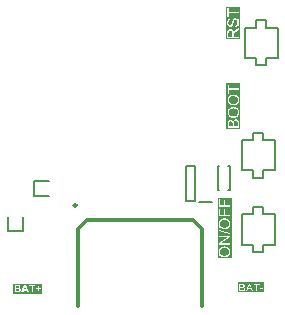
<source format=gto>
G04*
G04 #@! TF.GenerationSoftware,Altium Limited,Altium Designer,24.4.1 (13)*
G04*
G04 Layer_Color=65535*
%FSLAX44Y44*%
%MOMM*%
G71*
G04*
G04 #@! TF.SameCoordinates,CC372D61-D2D5-4D84-A055-2445D59649BF*
G04*
G04*
G04 #@! TF.FilePolarity,Positive*
G04*
G01*
G75*
%ADD10C,0.2500*%
%ADD11C,0.2000*%
%ADD12C,0.1500*%
%ADD13C,0.3000*%
%ADD14C,0.1750*%
G36*
X934536Y802967D02*
X922606D01*
Y830457D01*
X934536D01*
Y802967D01*
D02*
G37*
G36*
X927500Y617500D02*
X915570D01*
Y668899D01*
X927500D01*
Y617500D01*
D02*
G37*
G36*
X935000Y727000D02*
X923070D01*
Y765737D01*
X935000D01*
Y727000D01*
D02*
G37*
G36*
X955313Y588801D02*
X932686D01*
Y597199D01*
X955313D01*
Y588801D01*
D02*
G37*
G36*
X767280Y587801D02*
X742720D01*
Y596199D01*
X767280D01*
Y587801D01*
D02*
G37*
%LPC*%
G36*
X933370Y829457D02*
Y826295D01*
X924910D01*
Y829457D01*
X933370D01*
X923773D01*
Y821857D01*
X924910D01*
Y825019D01*
X933370D01*
Y821857D01*
D01*
D01*
Y829457D01*
D02*
G37*
G36*
X933536Y820831D02*
D01*
Y817281D01*
X933522Y817655D01*
X933481Y818002D01*
X933411Y818321D01*
X933342Y818584D01*
X933287Y818806D01*
X933245Y818903D01*
X933217Y818987D01*
X933189Y819042D01*
X933176Y819084D01*
X933162Y819111D01*
Y819125D01*
X933009Y819417D01*
X932843Y819666D01*
X932663Y819888D01*
X932496Y820068D01*
X932357Y820207D01*
X932233Y820304D01*
X932149Y820374D01*
X932135Y820387D01*
X932122D01*
X931858Y820540D01*
X931609Y820651D01*
X931373Y820720D01*
X931151Y820776D01*
X930957Y820803D01*
X930804Y820831D01*
X933536D01*
X923606D01*
X930679D01*
X930402Y820817D01*
X930138Y820776D01*
X929903Y820706D01*
X929708Y820637D01*
X929542Y820554D01*
X929417Y820498D01*
X929348Y820443D01*
X929320Y820429D01*
X929112Y820263D01*
X928918Y820068D01*
X928752Y819860D01*
X928599Y819652D01*
X928488Y819472D01*
X928405Y819320D01*
X928377Y819264D01*
X928349Y819222D01*
X928336Y819195D01*
Y819181D01*
X928280Y819070D01*
X928239Y818931D01*
X928183Y818779D01*
X928128Y818612D01*
X928030Y818266D01*
X927933Y817905D01*
X927892Y817738D01*
X927850Y817586D01*
X927809Y817433D01*
X927781Y817309D01*
X927753Y817212D01*
X927739Y817128D01*
X927725Y817073D01*
Y817059D01*
X927656Y816782D01*
X927600Y816532D01*
X927531Y816310D01*
X927476Y816116D01*
X927406Y815936D01*
X927351Y815783D01*
X927295Y815644D01*
X927254Y815519D01*
X927198Y815422D01*
X927157Y815339D01*
X927129Y815284D01*
X927087Y815228D01*
X927046Y815159D01*
X927032Y815145D01*
X926893Y815020D01*
X926755Y814937D01*
X926616Y814868D01*
X926477Y814826D01*
X926366Y814798D01*
X926269Y814784D01*
X926214D01*
X926186D01*
X925964Y814812D01*
X925770Y814868D01*
X925603Y814951D01*
X925451Y815048D01*
X925340Y815131D01*
X925243Y815214D01*
X925187Y815270D01*
X925174Y815298D01*
X925104Y815409D01*
X925035Y815519D01*
X924924Y815783D01*
X924855Y816060D01*
X924799Y816338D01*
X924771Y816587D01*
X924758Y816698D01*
X924744Y816782D01*
Y816976D01*
X924758Y817364D01*
X924813Y817711D01*
X924896Y817988D01*
X924979Y818224D01*
X925063Y818404D01*
X925146Y818543D01*
X925201Y818612D01*
X925215Y818640D01*
X925409Y818834D01*
X925617Y818987D01*
X925839Y819111D01*
X926061Y819195D01*
X926269Y819250D01*
X926422Y819292D01*
X926491Y819306D01*
X926533Y819320D01*
X926560D01*
X926574D01*
X926477Y820540D01*
X926172Y820512D01*
X925895Y820443D01*
X925631Y820374D01*
X925409Y820276D01*
X925229Y820193D01*
X925090Y820124D01*
X925049Y820096D01*
X925007Y820068D01*
X924993Y820054D01*
X924979D01*
X924744Y819874D01*
X924536Y819680D01*
X924355Y819472D01*
X924217Y819264D01*
X924092Y819084D01*
X924023Y818945D01*
X923995Y818889D01*
X923967Y818848D01*
X923953Y818820D01*
Y818806D01*
X923842Y818501D01*
X923759Y818168D01*
X923690Y817863D01*
X923648Y817572D01*
X923620Y817309D01*
Y817212D01*
X923606Y817114D01*
Y816934D01*
X923620Y816573D01*
X923662Y816255D01*
X923717Y815949D01*
X923773Y815686D01*
X923828Y815478D01*
X923856Y815381D01*
X923884Y815312D01*
X923912Y815256D01*
X923925Y815214D01*
X923939Y815187D01*
Y815173D01*
X924078Y814895D01*
X924230Y814646D01*
X924397Y814438D01*
X924549Y814271D01*
X924688Y814147D01*
X924799Y814050D01*
X924882Y813980D01*
X924896Y813966D01*
X924910D01*
X925146Y813828D01*
X925382Y813730D01*
X925617Y813661D01*
X925825Y813620D01*
X926006Y813592D01*
X926144Y813564D01*
X926200D01*
X926241D01*
X926255D01*
X926269D01*
X926505Y813578D01*
X926727Y813620D01*
X926935Y813675D01*
X927115Y813730D01*
X927254Y813786D01*
X927365Y813841D01*
X927434Y813883D01*
X927462Y813897D01*
X927656Y814036D01*
X927836Y814202D01*
X927989Y814368D01*
X928114Y814535D01*
X928225Y814674D01*
X928294Y814798D01*
X928349Y814882D01*
X928363Y814895D01*
Y814909D01*
X928419Y815020D01*
X928474Y815145D01*
X928571Y815422D01*
X928668Y815741D01*
X928765Y816047D01*
X928849Y816324D01*
X928876Y816449D01*
X928904Y816560D01*
X928932Y816643D01*
X928946Y816712D01*
X928960Y816754D01*
Y816768D01*
X929015Y817003D01*
X929071Y817225D01*
X929126Y817420D01*
X929168Y817586D01*
X929209Y817752D01*
X929251Y817891D01*
X929279Y818016D01*
X929320Y818113D01*
X929348Y818210D01*
X929362Y818279D01*
X929403Y818390D01*
X929417Y818460D01*
X929431Y818474D01*
X929514Y818681D01*
X929612Y818862D01*
X929708Y819014D01*
X929792Y819125D01*
X929875Y819222D01*
X929930Y819278D01*
X929972Y819320D01*
X929986Y819333D01*
X930111Y819430D01*
X930249Y819500D01*
X930388Y819541D01*
X930499Y819583D01*
X930610Y819597D01*
X930693Y819611D01*
X930762D01*
X930776D01*
X930943Y819597D01*
X931095Y819569D01*
X931234Y819528D01*
X931345Y819472D01*
X931456Y819417D01*
X931525Y819375D01*
X931581Y819347D01*
X931595Y819333D01*
X931733Y819222D01*
X931844Y819084D01*
X931941Y818945D01*
X932038Y818820D01*
X932094Y818695D01*
X932149Y818598D01*
X932177Y818529D01*
X932191Y818501D01*
X932260Y818293D01*
X932316Y818071D01*
X932344Y817849D01*
X932371Y817655D01*
X932385Y817489D01*
X932399Y817350D01*
Y817225D01*
X932385Y816920D01*
X932357Y816643D01*
X932316Y816393D01*
X932260Y816171D01*
X932205Y815991D01*
X932163Y815852D01*
X932149Y815811D01*
X932135Y815769D01*
X932122Y815755D01*
Y815741D01*
X932011Y815519D01*
X931886Y815312D01*
X931761Y815159D01*
X931636Y815020D01*
X931539Y814909D01*
X931442Y814840D01*
X931387Y814798D01*
X931373Y814784D01*
X931192Y814687D01*
X930998Y814590D01*
X930790Y814535D01*
X930610Y814479D01*
X930430Y814438D01*
X930305Y814410D01*
X930249D01*
X930208Y814396D01*
X930194D01*
X930180D01*
X930291Y813204D01*
D01*
X930638Y813231D01*
X930971Y813287D01*
X931262Y813370D01*
X931525Y813467D01*
X931733Y813564D01*
X931816Y813606D01*
X931886Y813633D01*
X931941Y813675D01*
X931983Y813689D01*
X932011Y813717D01*
X932025D01*
X932288Y813925D01*
X932524Y814147D01*
X932718Y814382D01*
X932884Y814604D01*
X933009Y814798D01*
X933092Y814965D01*
X933120Y815020D01*
X933148Y815062D01*
X933162Y815090D01*
Y815104D01*
X933287Y815450D01*
X933384Y815811D01*
X933439Y816171D01*
X933495Y816518D01*
X933509Y816684D01*
X933522Y816823D01*
Y816948D01*
X933536Y817059D01*
Y813204D01*
X930291D01*
X933536D01*
Y820831D01*
D02*
G37*
G36*
X933370Y812399D02*
X930762Y810749D01*
X930485Y810555D01*
X930236Y810374D01*
X930027Y810194D01*
X929833Y810042D01*
X929695Y809903D01*
X929584Y809792D01*
X929514Y809723D01*
X929487Y809695D01*
X929403Y809584D01*
X929306Y809459D01*
X929154Y809209D01*
X929098Y809099D01*
X929043Y809015D01*
X929015Y808960D01*
X929001Y808932D01*
X928960Y809182D01*
X928918Y809417D01*
X928849Y809625D01*
X928793Y809834D01*
X928724Y810014D01*
X928641Y810180D01*
X928571Y810333D01*
X928502Y810471D01*
X928419Y810582D01*
X928349Y810693D01*
X928294Y810777D01*
X928239Y810846D01*
X928197Y810901D01*
X928155Y810943D01*
X928141Y810957D01*
X928128Y810971D01*
X927989Y811082D01*
X927850Y811193D01*
X927559Y811359D01*
X927268Y811470D01*
X926990Y811553D01*
X926755Y811609D01*
X926657Y811622D01*
X926560D01*
X926491Y811636D01*
X926436D01*
X926408D01*
X926394D01*
X926103Y811622D01*
X925839Y811581D01*
X925590Y811512D01*
X925382Y811442D01*
X925201Y811359D01*
X925063Y811303D01*
X924979Y811248D01*
X924966Y811234D01*
X924952D01*
X924730Y811068D01*
X924536Y810901D01*
X924369Y810721D01*
X924244Y810555D01*
X924147Y810402D01*
X924092Y810277D01*
X924050Y810194D01*
X924036Y810180D01*
Y810166D01*
X923995Y810042D01*
X923953Y809889D01*
X923884Y809584D01*
X923842Y809251D01*
X923801Y808946D01*
X923787Y808655D01*
Y808530D01*
X923773Y808419D01*
Y803967D01*
X933370D01*
Y807309D01*
Y805243D01*
X929112D01*
Y806880D01*
X929126Y807032D01*
Y807143D01*
X929140Y807240D01*
X929154Y807309D01*
Y807365D01*
X929168Y807393D01*
Y807406D01*
X929237Y807628D01*
X929279Y807726D01*
X929320Y807809D01*
X929362Y807892D01*
X929390Y807947D01*
X929403Y807975D01*
X929417Y807989D01*
X929501Y808100D01*
X929598Y808211D01*
X929806Y808419D01*
X929903Y808516D01*
X929986Y808585D01*
X930041Y808627D01*
X930055Y808641D01*
X930249Y808780D01*
X930457Y808932D01*
X930679Y809085D01*
X930887Y809237D01*
X931081Y809362D01*
X931234Y809459D01*
X931290Y809501D01*
X931331Y809528D01*
X931359Y809556D01*
X931373D01*
X933370Y810818D01*
Y812399D01*
D02*
G37*
%LPD*%
G36*
X926574Y810319D02*
X926741Y810291D01*
X926879Y810249D01*
X927004Y810208D01*
X927115Y810153D01*
X927198Y810111D01*
X927254Y810083D01*
X927268Y810069D01*
X927406Y809972D01*
X927531Y809847D01*
X927628Y809723D01*
X927711Y809598D01*
X927767Y809487D01*
X927809Y809404D01*
X927836Y809348D01*
X927850Y809320D01*
X927906Y809126D01*
X927947Y808904D01*
X927975Y808682D01*
X927989Y808460D01*
X928003Y808266D01*
X928017Y808100D01*
Y805243D01*
X924841D01*
Y808266D01*
X924855Y808641D01*
X924910Y808960D01*
X924979Y809237D01*
X925063Y809445D01*
X925146Y809625D01*
X925215Y809736D01*
X925271Y809806D01*
X925285Y809834D01*
X925465Y810000D01*
X925645Y810125D01*
X925839Y810208D01*
X926006Y810277D01*
X926172Y810305D01*
X926297Y810319D01*
X926380Y810333D01*
X926394D01*
X926408D01*
X926574Y810319D01*
D02*
G37*
%LPC*%
G36*
X926334Y667899D02*
X916737D01*
Y661409D01*
X926334D01*
Y662685D01*
X921979D01*
Y667192D01*
X920842D01*
Y662685D01*
X917874D01*
Y667899D01*
X926334D01*
D02*
G37*
G36*
Y659703D02*
X916737D01*
Y653213D01*
X926334D01*
Y654489D01*
X921979D01*
Y658996D01*
X920842D01*
Y654489D01*
X917874D01*
Y659703D01*
X926334D01*
D02*
G37*
G36*
X926500Y651521D02*
X916570D01*
Y642340D01*
D01*
Y646930D01*
X916584Y646556D01*
X916626Y646209D01*
X916695Y645876D01*
X916778Y645557D01*
X916889Y645266D01*
X917000Y644989D01*
X917125Y644739D01*
X917250Y644517D01*
X917375Y644309D01*
X917499Y644129D01*
X917610Y643976D01*
X917721Y643851D01*
X917804Y643754D01*
X917874Y643671D01*
X917915Y643630D01*
X917929Y643616D01*
X918193Y643394D01*
X918470Y643200D01*
X918775Y643019D01*
X919080Y642881D01*
X919399Y642756D01*
X919705Y642645D01*
X920010Y642562D01*
X920301Y642506D01*
X920578Y642451D01*
X920842Y642409D01*
X921077Y642381D01*
X921272Y642354D01*
X921438D01*
X921563Y642340D01*
X926500D01*
X921674D01*
X922145Y642367D01*
X922575Y642423D01*
X922991Y642506D01*
X923172Y642562D01*
X923352Y642617D01*
X923504Y642659D01*
X923643Y642714D01*
X923768Y642756D01*
X923879Y642797D01*
X923962Y642825D01*
X924018Y642853D01*
X924059Y642881D01*
X924073D01*
X924475Y643116D01*
X924822Y643366D01*
X925127Y643643D01*
X925377Y643907D01*
X925585Y644143D01*
X925668Y644240D01*
X925723Y644323D01*
X925779Y644406D01*
X925820Y644462D01*
X925834Y644489D01*
X925848Y644503D01*
X925959Y644711D01*
X926056Y644919D01*
X926223Y645335D01*
X926334Y645738D01*
X926417Y646112D01*
X926444Y646292D01*
X926458Y646445D01*
X926486Y646583D01*
Y646708D01*
X926500Y646792D01*
Y646930D01*
X926472Y647388D01*
X926403Y647818D01*
X926320Y648220D01*
X926264Y648400D01*
X926209Y648567D01*
X926153Y648719D01*
X926098Y648858D01*
X926056Y648969D01*
X926015Y649066D01*
X925973Y649149D01*
X925945Y649219D01*
X925918Y649246D01*
Y649260D01*
X925668Y649648D01*
X925390Y649981D01*
X925099Y650259D01*
X924822Y650494D01*
X924558Y650689D01*
X924461Y650758D01*
X924364Y650813D01*
X924281Y650869D01*
X924226Y650897D01*
X924184Y650924D01*
X924170D01*
X923948Y651035D01*
X923726Y651118D01*
X923282Y651271D01*
X922839Y651382D01*
X922437Y651451D01*
X922256Y651465D01*
X922090Y651493D01*
X921937Y651507D01*
X921813D01*
X921702Y651521D01*
X926500D01*
D02*
G37*
G36*
Y641688D02*
X916570D01*
Y637957D01*
D01*
Y640745D01*
X926500Y637957D01*
Y638900D01*
X916570Y641688D01*
X926500D01*
D02*
G37*
G36*
X926334Y636862D02*
X916737D01*
Y629304D01*
X926334D01*
Y636862D01*
D02*
G37*
G36*
X926500Y627681D02*
X916570D01*
Y618500D01*
D01*
Y623090D01*
X916584Y622716D01*
X916626Y622369D01*
X916695Y622036D01*
X916778Y621717D01*
X916889Y621426D01*
X917000Y621149D01*
X917125Y620899D01*
X917250Y620677D01*
X917375Y620469D01*
X917499Y620289D01*
X917610Y620136D01*
X917721Y620012D01*
X917804Y619915D01*
X917874Y619831D01*
X917915Y619790D01*
X917929Y619776D01*
X918193Y619554D01*
X918470Y619360D01*
X918775Y619180D01*
X919080Y619041D01*
X919399Y618916D01*
X919705Y618805D01*
X920010Y618722D01*
X920301Y618666D01*
X920578Y618611D01*
X920842Y618569D01*
X921077Y618542D01*
X921272Y618514D01*
X921438D01*
X921563Y618500D01*
X926500D01*
X921674D01*
X922145Y618528D01*
X922575Y618583D01*
X922991Y618666D01*
X923172Y618722D01*
X923352Y618777D01*
X923504Y618819D01*
X923643Y618875D01*
X923768Y618916D01*
X923879Y618958D01*
X923962Y618985D01*
X924018Y619013D01*
X924059Y619041D01*
X924073D01*
X924475Y619277D01*
X924822Y619526D01*
X925127Y619804D01*
X925377Y620067D01*
X925585Y620303D01*
X925668Y620400D01*
X925723Y620483D01*
X925779Y620566D01*
X925820Y620622D01*
X925834Y620650D01*
X925848Y620663D01*
X925959Y620872D01*
X926056Y621079D01*
X926223Y621496D01*
X926334Y621898D01*
X926417Y622272D01*
X926444Y622453D01*
X926458Y622605D01*
X926486Y622744D01*
Y622869D01*
X926500Y622952D01*
Y623090D01*
X926472Y623548D01*
X926403Y623978D01*
X926320Y624380D01*
X926264Y624561D01*
X926209Y624727D01*
X926153Y624879D01*
X926098Y625018D01*
X926056Y625129D01*
X926015Y625226D01*
X925973Y625309D01*
X925945Y625379D01*
X925918Y625406D01*
Y625420D01*
X925668Y625809D01*
X925390Y626142D01*
X925099Y626419D01*
X924822Y626655D01*
X924558Y626849D01*
X924461Y626918D01*
X924364Y626974D01*
X924281Y627029D01*
X924226Y627057D01*
X924184Y627085D01*
X924170D01*
X923948Y627196D01*
X923726Y627279D01*
X923282Y627431D01*
X922839Y627542D01*
X922437Y627612D01*
X922256Y627625D01*
X922090Y627653D01*
X921937Y627667D01*
X921813D01*
X921702Y627681D01*
X926500D01*
D02*
G37*
%LPD*%
G36*
X921036Y651493D02*
X920551Y651438D01*
X920329Y651396D01*
X920107Y651340D01*
X919912Y651285D01*
X919732Y651243D01*
X919566Y651188D01*
X919413Y651132D01*
X919288Y651091D01*
X919177Y651035D01*
X919094Y651008D01*
X919039Y650980D01*
X918997Y650952D01*
X918983D01*
X918581Y650730D01*
X918221Y650467D01*
X917915Y650189D01*
X917666Y649940D01*
X917472Y649704D01*
X917389Y649593D01*
X917319Y649510D01*
X917278Y649426D01*
X917236Y649371D01*
X917222Y649343D01*
X917208Y649330D01*
X917097Y649121D01*
X917000Y648913D01*
X916834Y648511D01*
X916723Y648095D01*
X916653Y647735D01*
X916626Y647568D01*
X916598Y647402D01*
X916584Y647277D01*
Y647152D01*
X916570Y647055D01*
Y651521D01*
X921563D01*
X921036Y651493D01*
D02*
G37*
G36*
X921882Y650203D02*
X922201Y650175D01*
X922506Y650134D01*
X922783Y650078D01*
X923033Y649995D01*
X923269Y649926D01*
X923491Y649843D01*
X923685Y649759D01*
X923851Y649662D01*
X924004Y649579D01*
X924128Y649510D01*
X924226Y649440D01*
X924309Y649371D01*
X924378Y649330D01*
X924406Y649302D01*
X924420Y649288D01*
X924600Y649108D01*
X924753Y648913D01*
X924877Y648719D01*
X925002Y648525D01*
X925099Y648331D01*
X925169Y648123D01*
X925238Y647943D01*
X925294Y647748D01*
X925335Y647582D01*
X925363Y647416D01*
X925390Y647277D01*
X925404Y647152D01*
Y647055D01*
X925418Y646986D01*
Y646916D01*
X925404Y646653D01*
X925377Y646403D01*
X925321Y646181D01*
X925266Y645959D01*
X925182Y645751D01*
X925099Y645557D01*
X925016Y645377D01*
X924919Y645210D01*
X924822Y645072D01*
X924739Y644947D01*
X924656Y644836D01*
X924572Y644739D01*
X924517Y644670D01*
X924461Y644614D01*
X924434Y644586D01*
X924420Y644573D01*
X924226Y644406D01*
X924018Y644268D01*
X923796Y644143D01*
X923574Y644032D01*
X923338Y643949D01*
X923116Y643865D01*
X922672Y643754D01*
X922478Y643727D01*
X922284Y643699D01*
X922118Y643671D01*
X921979Y643657D01*
X921854Y643643D01*
X921757D01*
X921702D01*
X921688D01*
X921299Y643657D01*
X920939Y643685D01*
X920592Y643727D01*
X920287Y643796D01*
X920010Y643865D01*
X919760Y643949D01*
X919524Y644046D01*
X919330Y644129D01*
X919150Y644226D01*
X918997Y644309D01*
X918872Y644392D01*
X918775Y644462D01*
X918692Y644531D01*
X918637Y644573D01*
X918609Y644600D01*
X918595Y644614D01*
X918429Y644794D01*
X918290Y644989D01*
X918165Y645183D01*
X918054Y645391D01*
X917971Y645585D01*
X917888Y645779D01*
X917777Y646140D01*
X917749Y646306D01*
X917721Y646459D01*
X917694Y646583D01*
X917680Y646708D01*
X917666Y646805D01*
Y646930D01*
X917680Y647277D01*
X917735Y647610D01*
X917818Y647901D01*
X917902Y648151D01*
X917999Y648359D01*
X918040Y648442D01*
X918068Y648511D01*
X918110Y648581D01*
X918123Y648622D01*
X918151Y648636D01*
Y648650D01*
X918345Y648913D01*
X918567Y649149D01*
X918789Y649357D01*
X919011Y649524D01*
X919205Y649648D01*
X919372Y649745D01*
X919427Y649773D01*
X919469Y649801D01*
X919497Y649815D01*
X919510D01*
X919843Y649954D01*
X920204Y650051D01*
X920537Y650120D01*
X920856Y650162D01*
X921008Y650189D01*
X921133Y650203D01*
X921258D01*
X921355Y650217D01*
X921438D01*
X921494D01*
X921535D01*
X921549D01*
X921882Y650203D01*
D02*
G37*
G36*
X916737Y630607D02*
Y635641D01*
X924281D01*
X916737Y630607D01*
D02*
G37*
G36*
X926334Y630524D02*
X918803D01*
X926334Y635544D01*
Y630524D01*
D02*
G37*
G36*
X921036Y627653D02*
X920551Y627598D01*
X920329Y627556D01*
X920107Y627501D01*
X919912Y627445D01*
X919732Y627403D01*
X919566Y627348D01*
X919413Y627293D01*
X919288Y627251D01*
X919177Y627196D01*
X919094Y627168D01*
X919039Y627140D01*
X918997Y627112D01*
X918983D01*
X918581Y626890D01*
X918221Y626627D01*
X917915Y626349D01*
X917666Y626100D01*
X917472Y625864D01*
X917389Y625753D01*
X917319Y625670D01*
X917278Y625587D01*
X917236Y625531D01*
X917222Y625504D01*
X917208Y625490D01*
X917097Y625282D01*
X917000Y625074D01*
X916834Y624671D01*
X916723Y624255D01*
X916653Y623895D01*
X916626Y623728D01*
X916598Y623562D01*
X916584Y623437D01*
Y623312D01*
X916570Y623215D01*
Y627681D01*
X921563D01*
X921036Y627653D01*
D02*
G37*
G36*
X921882Y626363D02*
X922201Y626336D01*
X922506Y626294D01*
X922783Y626239D01*
X923033Y626155D01*
X923269Y626086D01*
X923491Y626003D01*
X923685Y625920D01*
X923851Y625822D01*
X924004Y625739D01*
X924128Y625670D01*
X924226Y625601D01*
X924309Y625531D01*
X924378Y625490D01*
X924406Y625462D01*
X924420Y625448D01*
X924600Y625268D01*
X924753Y625074D01*
X924877Y624879D01*
X925002Y624685D01*
X925099Y624491D01*
X925169Y624283D01*
X925238Y624103D01*
X925294Y623909D01*
X925335Y623742D01*
X925363Y623576D01*
X925390Y623437D01*
X925404Y623312D01*
Y623215D01*
X925418Y623146D01*
Y623077D01*
X925404Y622813D01*
X925377Y622563D01*
X925321Y622342D01*
X925266Y622120D01*
X925182Y621912D01*
X925099Y621717D01*
X925016Y621537D01*
X924919Y621371D01*
X924822Y621232D01*
X924739Y621107D01*
X924656Y620996D01*
X924572Y620899D01*
X924517Y620830D01*
X924461Y620774D01*
X924434Y620747D01*
X924420Y620733D01*
X924226Y620566D01*
X924018Y620428D01*
X923796Y620303D01*
X923574Y620192D01*
X923338Y620109D01*
X923116Y620025D01*
X922672Y619915D01*
X922478Y619887D01*
X922284Y619859D01*
X922118Y619831D01*
X921979Y619818D01*
X921854Y619804D01*
X921757D01*
X921702D01*
X921688D01*
X921299Y619818D01*
X920939Y619845D01*
X920592Y619887D01*
X920287Y619956D01*
X920010Y620025D01*
X919760Y620109D01*
X919524Y620206D01*
X919330Y620289D01*
X919150Y620386D01*
X918997Y620469D01*
X918872Y620552D01*
X918775Y620622D01*
X918692Y620691D01*
X918637Y620733D01*
X918609Y620761D01*
X918595Y620774D01*
X918429Y620955D01*
X918290Y621149D01*
X918165Y621343D01*
X918054Y621551D01*
X917971Y621745D01*
X917888Y621939D01*
X917777Y622300D01*
X917749Y622466D01*
X917721Y622619D01*
X917694Y622744D01*
X917680Y622869D01*
X917666Y622966D01*
Y623090D01*
X917680Y623437D01*
X917735Y623770D01*
X917818Y624061D01*
X917902Y624311D01*
X917999Y624519D01*
X918040Y624602D01*
X918068Y624671D01*
X918110Y624741D01*
X918123Y624782D01*
X918151Y624796D01*
Y624810D01*
X918345Y625074D01*
X918567Y625309D01*
X918789Y625517D01*
X919011Y625684D01*
X919205Y625809D01*
X919372Y625906D01*
X919427Y625933D01*
X919469Y625961D01*
X919497Y625975D01*
X919510D01*
X919843Y626114D01*
X920204Y626211D01*
X920537Y626280D01*
X920856Y626322D01*
X921008Y626349D01*
X921133Y626363D01*
X921258D01*
X921355Y626377D01*
X921438D01*
X921494D01*
X921535D01*
X921549D01*
X921882Y626363D01*
D02*
G37*
%LPC*%
G36*
X933834Y764737D02*
Y761575D01*
X925374D01*
Y764737D01*
X933834D01*
X924237D01*
Y757138D01*
X925374D01*
Y760300D01*
X933834D01*
Y764737D01*
D02*
G37*
G36*
X934000Y756222D02*
X924070D01*
Y747041D01*
D01*
Y751632D01*
X924084Y751257D01*
X924126Y750911D01*
X924195Y750578D01*
X924278Y750259D01*
X924389Y749968D01*
X924500Y749690D01*
X924625Y749441D01*
X924750Y749219D01*
X924875Y749011D01*
X924999Y748830D01*
X925110Y748678D01*
X925221Y748553D01*
X925304Y748456D01*
X925374Y748373D01*
X925415Y748331D01*
X925429Y748317D01*
X925693Y748095D01*
X925970Y747901D01*
X926275Y747721D01*
X926580Y747582D01*
X926899Y747457D01*
X927205Y747346D01*
X927510Y747263D01*
X927801Y747208D01*
X928078Y747152D01*
X928342Y747111D01*
X928577Y747083D01*
X928772Y747055D01*
X928938D01*
X929063Y747041D01*
X934000D01*
X929174D01*
X929645Y747069D01*
X930075Y747124D01*
X930491Y747208D01*
X930672Y747263D01*
X930852Y747319D01*
X931004Y747360D01*
X931143Y747416D01*
X931268Y747457D01*
X931379Y747499D01*
X931462Y747527D01*
X931517Y747554D01*
X931559Y747582D01*
X931573D01*
X931975Y747818D01*
X932322Y748068D01*
X932627Y748345D01*
X932877Y748608D01*
X933085Y748844D01*
X933168Y748941D01*
X933223Y749025D01*
X933279Y749108D01*
X933320Y749163D01*
X933334Y749191D01*
X933348Y749205D01*
X933459Y749413D01*
X933556Y749621D01*
X933723Y750037D01*
X933834Y750439D01*
X933917Y750814D01*
X933944Y750994D01*
X933958Y751146D01*
X933986Y751285D01*
Y751410D01*
X934000Y751493D01*
Y751632D01*
X933972Y752089D01*
X933903Y752519D01*
X933820Y752922D01*
X933764Y753102D01*
X933709Y753268D01*
X933653Y753421D01*
X933598Y753559D01*
X933556Y753670D01*
X933515Y753767D01*
X933473Y753851D01*
X933445Y753920D01*
X933418Y753948D01*
Y753962D01*
X933168Y754350D01*
X932890Y754683D01*
X932599Y754960D01*
X932322Y755196D01*
X932058Y755390D01*
X931961Y755459D01*
X931864Y755515D01*
X931781Y755570D01*
X931726Y755598D01*
X931684Y755626D01*
X931670D01*
X931448Y755737D01*
X931226Y755820D01*
X930782Y755973D01*
X930339Y756084D01*
X929937Y756153D01*
X929756Y756167D01*
X929590Y756195D01*
X929437Y756208D01*
X929313D01*
X929202Y756222D01*
X934000D01*
D02*
G37*
G36*
Y745793D02*
X924070D01*
X929063D01*
X928536Y745765D01*
X928050Y745710D01*
X927829Y745668D01*
X927607Y745613D01*
X927412Y745557D01*
X927232Y745516D01*
X927066Y745460D01*
X926913Y745405D01*
X926788Y745363D01*
X926677Y745308D01*
X926594Y745280D01*
X926539Y745252D01*
X926497Y745225D01*
X926483D01*
X926081Y745003D01*
X925721Y744739D01*
X925415Y744462D01*
X925166Y744212D01*
X924972Y743976D01*
X924888Y743866D01*
X924819Y743782D01*
X924778Y743699D01*
X924736Y743644D01*
X924722Y743616D01*
X924708Y743602D01*
X924597Y743394D01*
X924500Y743186D01*
X924334Y742784D01*
X924223Y742368D01*
X924153Y742007D01*
X924126Y741841D01*
X924098Y741674D01*
X924084Y741549D01*
Y741425D01*
X924070Y741328D01*
Y741425D01*
Y741203D01*
X924084Y740828D01*
X924126Y740482D01*
X924195Y740149D01*
X924278Y739830D01*
X924389Y739538D01*
X924500Y739261D01*
X924625Y739012D01*
X924750Y738790D01*
X924875Y738582D01*
X924999Y738401D01*
X925110Y738249D01*
X925221Y738124D01*
X925304Y738027D01*
X925374Y737944D01*
X925415Y737902D01*
X925429Y737888D01*
X925693Y737666D01*
X925970Y737472D01*
X926275Y737292D01*
X926580Y737153D01*
X926899Y737028D01*
X927205Y736917D01*
X927510Y736834D01*
X927801Y736779D01*
X928078Y736723D01*
X928342Y736682D01*
X928577Y736654D01*
X928772Y736626D01*
X928938D01*
X929063Y736612D01*
X934000D01*
X929174D01*
X929645Y736640D01*
X930075Y736695D01*
X930491Y736779D01*
X930672Y736834D01*
X930852Y736890D01*
X931004Y736931D01*
X931143Y736987D01*
X931268Y737028D01*
X931379Y737070D01*
X931462Y737098D01*
X931517Y737125D01*
X931559Y737153D01*
X931573D01*
X931975Y737389D01*
X932322Y737639D01*
X932627Y737916D01*
X932877Y738179D01*
X933085Y738415D01*
X933168Y738512D01*
X933223Y738596D01*
X933279Y738679D01*
X933320Y738734D01*
X933334Y738762D01*
X933348Y738776D01*
X933459Y738984D01*
X933556Y739192D01*
X933723Y739608D01*
X933834Y740010D01*
X933917Y740385D01*
X933944Y740565D01*
X933958Y740717D01*
X933986Y740856D01*
Y740981D01*
X934000Y741064D01*
Y741203D01*
X933972Y741660D01*
X933903Y742090D01*
X933820Y742493D01*
X933764Y742673D01*
X933709Y742839D01*
X933653Y742992D01*
X933598Y743130D01*
X933556Y743241D01*
X933515Y743338D01*
X933473Y743422D01*
X933445Y743491D01*
X933418Y743519D01*
Y743533D01*
X933168Y743921D01*
X932890Y744254D01*
X932599Y744531D01*
X932322Y744767D01*
X932058Y744961D01*
X931961Y745030D01*
X931864Y745086D01*
X931781Y745141D01*
X931726Y745169D01*
X931684Y745197D01*
X931670D01*
X931448Y745308D01*
X931226Y745391D01*
X930782Y745544D01*
X930339Y745655D01*
X929937Y745724D01*
X929756Y745738D01*
X929590Y745765D01*
X929437Y745779D01*
X929313D01*
X929202Y745793D01*
X934000D01*
D02*
G37*
G36*
X931157Y735253D02*
X931046D01*
X930741Y735239D01*
X930463Y735184D01*
X930228Y735101D01*
X930006Y735017D01*
X929839Y734934D01*
X929715Y734851D01*
X929631Y734796D01*
X929604Y734782D01*
X929382Y734587D01*
X929202Y734380D01*
X929049Y734144D01*
X928924Y733936D01*
X928827Y733742D01*
X928772Y733575D01*
X928744Y733520D01*
X928730Y733478D01*
X928716Y733450D01*
Y733436D01*
X928577Y733672D01*
X928439Y733880D01*
X928286Y734047D01*
X928148Y734185D01*
X928037Y734296D01*
X927926Y734380D01*
X927870Y734421D01*
X927842Y734435D01*
X927634Y734546D01*
X927440Y734629D01*
X927246Y734698D01*
X927066Y734740D01*
X926913Y734768D01*
X926788Y734782D01*
X926719D01*
X926691D01*
X926456Y734768D01*
X926220Y734726D01*
X926012Y734657D01*
X925818Y734587D01*
X925651Y734518D01*
X925540Y734449D01*
X925457Y734407D01*
X925429Y734393D01*
X925221Y734241D01*
X925027Y734074D01*
X924875Y733894D01*
X924750Y733728D01*
X924653Y733589D01*
X924583Y733464D01*
X924542Y733381D01*
X924528Y733367D01*
Y733353D01*
X924431Y733090D01*
X924361Y732798D01*
X924306Y732507D01*
X924278Y732230D01*
X924250Y731980D01*
Y731869D01*
X924237Y731772D01*
Y728000D01*
X933834D01*
Y731661D01*
X933820Y731994D01*
X933806Y732285D01*
X933778Y732549D01*
X933750Y732771D01*
X933723Y732951D01*
X933709Y733090D01*
X933681Y733173D01*
Y733201D01*
X933612Y733436D01*
X933542Y733631D01*
X933459Y733811D01*
X933376Y733963D01*
X933320Y734088D01*
X933265Y734185D01*
X933223Y734241D01*
X933210Y734255D01*
X933085Y734407D01*
X932932Y734546D01*
X932780Y734657D01*
X932641Y734768D01*
X932502Y734851D01*
X932405Y734906D01*
X932336Y734948D01*
X932308Y734962D01*
X932086Y735059D01*
X931864Y735128D01*
X931656Y735184D01*
X931462Y735212D01*
X931296Y735239D01*
X931157Y735253D01*
D02*
G37*
%LPD*%
G36*
X928536Y756195D02*
X928050Y756139D01*
X927829Y756097D01*
X927607Y756042D01*
X927412Y755986D01*
X927232Y755945D01*
X927066Y755889D01*
X926913Y755834D01*
X926788Y755792D01*
X926677Y755737D01*
X926594Y755709D01*
X926539Y755681D01*
X926497Y755654D01*
X926483D01*
X926081Y755432D01*
X925721Y755168D01*
X925415Y754891D01*
X925166Y754641D01*
X924972Y754406D01*
X924888Y754295D01*
X924819Y754211D01*
X924778Y754128D01*
X924736Y754073D01*
X924722Y754045D01*
X924708Y754031D01*
X924597Y753823D01*
X924500Y753615D01*
X924334Y753213D01*
X924223Y752797D01*
X924153Y752436D01*
X924126Y752270D01*
X924098Y752103D01*
X924084Y751979D01*
Y751854D01*
X924070Y751757D01*
Y756222D01*
X929063D01*
X928536Y756195D01*
D02*
G37*
G36*
X929382Y754905D02*
X929701Y754877D01*
X930006Y754835D01*
X930283Y754780D01*
X930533Y754697D01*
X930769Y754627D01*
X930991Y754544D01*
X931185Y754461D01*
X931351Y754364D01*
X931504Y754281D01*
X931628Y754211D01*
X931726Y754142D01*
X931809Y754073D01*
X931878Y754031D01*
X931906Y754003D01*
X931920Y753989D01*
X932100Y753809D01*
X932253Y753615D01*
X932377Y753421D01*
X932502Y753227D01*
X932599Y753033D01*
X932669Y752824D01*
X932738Y752644D01*
X932793Y752450D01*
X932835Y752284D01*
X932863Y752117D01*
X932890Y751979D01*
X932904Y751854D01*
Y751757D01*
X932918Y751687D01*
Y751618D01*
X932904Y751354D01*
X932877Y751105D01*
X932821Y750883D01*
X932766Y750661D01*
X932682Y750453D01*
X932599Y750259D01*
X932516Y750079D01*
X932419Y749912D01*
X932322Y749773D01*
X932239Y749649D01*
X932156Y749538D01*
X932072Y749441D01*
X932017Y749371D01*
X931961Y749316D01*
X931934Y749288D01*
X931920Y749274D01*
X931726Y749108D01*
X931517Y748969D01*
X931296Y748844D01*
X931074Y748733D01*
X930838Y748650D01*
X930616Y748567D01*
X930172Y748456D01*
X929978Y748428D01*
X929784Y748400D01*
X929618Y748373D01*
X929479Y748359D01*
X929354Y748345D01*
X929257D01*
X929202D01*
X929188D01*
X928799Y748359D01*
X928439Y748387D01*
X928092Y748428D01*
X927787Y748497D01*
X927510Y748567D01*
X927260Y748650D01*
X927024Y748747D01*
X926830Y748830D01*
X926650Y748927D01*
X926497Y749011D01*
X926372Y749094D01*
X926275Y749163D01*
X926192Y749232D01*
X926137Y749274D01*
X926109Y749302D01*
X926095Y749316D01*
X925929Y749496D01*
X925790Y749690D01*
X925665Y749884D01*
X925554Y750092D01*
X925471Y750286D01*
X925388Y750481D01*
X925277Y750841D01*
X925249Y751008D01*
X925221Y751160D01*
X925194Y751285D01*
X925180Y751410D01*
X925166Y751507D01*
Y751632D01*
X925180Y751979D01*
X925235Y752311D01*
X925318Y752603D01*
X925402Y752852D01*
X925499Y753060D01*
X925540Y753143D01*
X925568Y753213D01*
X925610Y753282D01*
X925623Y753324D01*
X925651Y753338D01*
Y753352D01*
X925845Y753615D01*
X926067Y753851D01*
X926289Y754059D01*
X926511Y754225D01*
X926705Y754350D01*
X926872Y754447D01*
X926927Y754475D01*
X926969Y754502D01*
X926996Y754516D01*
X927010D01*
X927343Y754655D01*
X927704Y754752D01*
X928037Y754821D01*
X928355Y754863D01*
X928508Y754891D01*
X928633Y754905D01*
X928758D01*
X928855Y754919D01*
X928938D01*
X928994D01*
X929035D01*
X929049D01*
X929382Y754905D01*
D02*
G37*
G36*
Y744476D02*
X929701Y744448D01*
X930006Y744406D01*
X930283Y744351D01*
X930533Y744268D01*
X930769Y744198D01*
X930991Y744115D01*
X931185Y744032D01*
X931351Y743935D01*
X931504Y743852D01*
X931628Y743782D01*
X931726Y743713D01*
X931809Y743644D01*
X931878Y743602D01*
X931906Y743574D01*
X931920Y743560D01*
X932100Y743380D01*
X932253Y743186D01*
X932377Y742992D01*
X932502Y742798D01*
X932599Y742603D01*
X932669Y742395D01*
X932738Y742215D01*
X932793Y742021D01*
X932835Y741854D01*
X932863Y741688D01*
X932890Y741549D01*
X932904Y741425D01*
Y741328D01*
X932918Y741258D01*
Y741189D01*
X932904Y740925D01*
X932877Y740676D01*
X932821Y740454D01*
X932766Y740232D01*
X932682Y740024D01*
X932599Y739830D01*
X932516Y739650D01*
X932419Y739483D01*
X932322Y739344D01*
X932239Y739220D01*
X932156Y739109D01*
X932072Y739012D01*
X932017Y738942D01*
X931961Y738887D01*
X931934Y738859D01*
X931920Y738845D01*
X931726Y738679D01*
X931517Y738540D01*
X931296Y738415D01*
X931074Y738304D01*
X930838Y738221D01*
X930616Y738138D01*
X930172Y738027D01*
X929978Y737999D01*
X929784Y737971D01*
X929618Y737944D01*
X929479Y737930D01*
X929354Y737916D01*
X929257D01*
X929202D01*
X929188D01*
X928799Y737930D01*
X928439Y737958D01*
X928092Y737999D01*
X927787Y738068D01*
X927510Y738138D01*
X927260Y738221D01*
X927024Y738318D01*
X926830Y738401D01*
X926650Y738498D01*
X926497Y738582D01*
X926372Y738665D01*
X926275Y738734D01*
X926192Y738803D01*
X926137Y738845D01*
X926109Y738873D01*
X926095Y738887D01*
X925929Y739067D01*
X925790Y739261D01*
X925665Y739455D01*
X925554Y739663D01*
X925471Y739857D01*
X925388Y740052D01*
X925277Y740412D01*
X925249Y740579D01*
X925221Y740731D01*
X925194Y740856D01*
X925180Y740981D01*
X925166Y741078D01*
Y741203D01*
X925180Y741549D01*
X925235Y741882D01*
X925318Y742173D01*
X925402Y742423D01*
X925499Y742631D01*
X925540Y742714D01*
X925568Y742784D01*
X925610Y742853D01*
X925623Y742895D01*
X925651Y742908D01*
Y742922D01*
X925845Y743186D01*
X926067Y743422D01*
X926289Y743630D01*
X926511Y743796D01*
X926705Y743921D01*
X926872Y744018D01*
X926927Y744046D01*
X926969Y744073D01*
X926996Y744087D01*
X927010D01*
X927343Y744226D01*
X927704Y744323D01*
X928037Y744392D01*
X928355Y744434D01*
X928508Y744462D01*
X928633Y744476D01*
X928758D01*
X928855Y744490D01*
X928938D01*
X928994D01*
X929035D01*
X929049D01*
X929382Y744476D01*
D02*
G37*
G36*
X931212Y733936D02*
X931379Y733922D01*
X931517Y733894D01*
X931628Y733852D01*
X931726Y733811D01*
X931809Y733783D01*
X931850Y733769D01*
X931864Y733755D01*
X931989Y733672D01*
X932100Y733603D01*
X932183Y733506D01*
X932266Y733436D01*
X932322Y733367D01*
X932364Y733312D01*
X932391Y733270D01*
X932405Y733256D01*
X932516Y733020D01*
X932599Y732785D01*
X932627Y732688D01*
X932641Y732604D01*
X932655Y732549D01*
Y732535D01*
X932669Y732424D01*
X932682Y732299D01*
X932696Y732008D01*
Y729276D01*
X929396D01*
Y731800D01*
X929423Y732091D01*
X929451Y732327D01*
X929479Y732521D01*
X929507Y732674D01*
X929534Y732798D01*
X929548Y732854D01*
X929562Y732882D01*
X929631Y733062D01*
X929715Y733214D01*
X929812Y733353D01*
X929909Y733464D01*
X929992Y733547D01*
X930061Y733603D01*
X930117Y733644D01*
X930131Y733658D01*
X930283Y733755D01*
X930436Y733825D01*
X930588Y733880D01*
X930727Y733908D01*
X930852Y733936D01*
X930963Y733950D01*
X931018D01*
X931046D01*
X931212Y733936D01*
D02*
G37*
G36*
X927024Y733520D02*
X927191Y733492D01*
X927329Y733450D01*
X927440Y733409D01*
X927537Y733367D01*
X927620Y733326D01*
X927662Y733298D01*
X927676Y733284D01*
X927787Y733187D01*
X927898Y733062D01*
X927981Y732937D01*
X928037Y732826D01*
X928092Y732715D01*
X928134Y732632D01*
X928148Y732577D01*
X928161Y732549D01*
X928189Y732396D01*
X928217Y732202D01*
X928231Y732008D01*
X928245Y731814D01*
X928259Y731634D01*
Y729276D01*
X925374D01*
Y731550D01*
X925402Y731855D01*
X925415Y732091D01*
X925443Y732299D01*
X925471Y732452D01*
X925485Y732549D01*
X925512Y732618D01*
Y732632D01*
X925568Y732785D01*
X925651Y732923D01*
X925734Y733034D01*
X925818Y733131D01*
X925887Y733201D01*
X925956Y733256D01*
X925998Y733284D01*
X926012Y733298D01*
X926151Y733381D01*
X926289Y733436D01*
X926428Y733478D01*
X926566Y733506D01*
X926677Y733520D01*
X926761Y733533D01*
X926816D01*
X926844D01*
X927024Y733520D01*
D02*
G37*
%LPC*%
G36*
X954314Y592741D02*
X951900D01*
Y591511D01*
X954314D01*
Y592741D01*
D02*
G37*
G36*
X951216Y596199D02*
X946140D01*
Y595117D01*
X948036D01*
Y589801D01*
X949330D01*
Y595117D01*
X951216D01*
Y596199D01*
D02*
G37*
G36*
X943330D02*
X941961D01*
X939483Y589801D01*
X940852D01*
X941379Y591253D01*
X943949D01*
X944504Y589801D01*
X945900D01*
X943330Y596199D01*
D02*
G37*
G36*
X936497D02*
X933687D01*
Y589801D01*
X936460D01*
X936617Y589810D01*
X936895D01*
X937006Y589819D01*
X937181D01*
X937246Y589829D01*
X937338D01*
X937375Y589838D01*
X937412D01*
X937597Y589866D01*
X937764Y589912D01*
X937912Y589958D01*
X938041Y590014D01*
X938143Y590060D01*
X938217Y590106D01*
X938263Y590134D01*
X938282Y590143D01*
X938411Y590245D01*
X938513Y590356D01*
X938614Y590457D01*
X938688Y590568D01*
X938753Y590661D01*
X938799Y590735D01*
X938827Y590781D01*
X938836Y590800D01*
X938901Y590957D01*
X938957Y591105D01*
X938994Y591253D01*
X939012Y591382D01*
X939031Y591493D01*
X939040Y591576D01*
Y591650D01*
X939031Y591854D01*
X938994Y592038D01*
X938938Y592196D01*
X938883Y592344D01*
X938827Y592454D01*
X938772Y592538D01*
X938735Y592593D01*
X938725Y592612D01*
X938596Y592760D01*
X938457Y592880D01*
X938300Y592981D01*
X938161Y593055D01*
X938032Y593120D01*
X937921Y593166D01*
X937884Y593176D01*
X937856Y593185D01*
X937838Y593194D01*
X937829D01*
X937977Y593277D01*
X938106Y593361D01*
X938217Y593462D01*
X938309Y593545D01*
X938374Y593629D01*
X938429Y593693D01*
X938466Y593740D01*
X938476Y593758D01*
X938559Y593906D01*
X938624Y594045D01*
X938661Y594183D01*
X938698Y594313D01*
X938716Y594424D01*
X938725Y594507D01*
Y594562D01*
Y594572D01*
Y594581D01*
X938716Y594729D01*
X938698Y594877D01*
X938661Y594997D01*
X938624Y595108D01*
X938587Y595201D01*
X938550Y595274D01*
X938531Y595311D01*
X938522Y595330D01*
X938448Y595450D01*
X938365Y595552D01*
X938282Y595644D01*
X938208Y595728D01*
X938134Y595783D01*
X938078Y595829D01*
X938041Y595857D01*
X938032Y595866D01*
X937921Y595940D01*
X937801Y595996D01*
X937690Y596042D01*
X937588Y596079D01*
X937496Y596106D01*
X937431Y596125D01*
X937385Y596134D01*
X937366D01*
X937209Y596153D01*
X937033Y596171D01*
X936849Y596180D01*
X936664Y596190D01*
X936497Y596199D01*
D02*
G37*
%LPD*%
G36*
X943533Y592334D02*
X941767D01*
X942636Y594710D01*
X943533Y592334D01*
D02*
G37*
G36*
X936368Y595126D02*
X936608D01*
X936664Y595117D01*
X936765D01*
X936802Y595108D01*
X936812D01*
X936923Y595089D01*
X937024Y595062D01*
X937107Y595025D01*
X937181Y594988D01*
X937228Y594951D01*
X937274Y594914D01*
X937292Y594895D01*
X937302Y594886D01*
X937357Y594812D01*
X937394Y594729D01*
X937431Y594655D01*
X937449Y594581D01*
X937459Y594507D01*
X937468Y594452D01*
Y594415D01*
Y594405D01*
X937459Y594294D01*
X937440Y594193D01*
X937403Y594109D01*
X937375Y594035D01*
X937338Y593971D01*
X937302Y593934D01*
X937283Y593906D01*
X937274Y593897D01*
X937200Y593832D01*
X937117Y593786D01*
X937033Y593749D01*
X936950Y593721D01*
X936867Y593693D01*
X936812Y593684D01*
X936775Y593675D01*
X936719D01*
X936664Y593666D01*
X936377D01*
X936220Y593656D01*
X934981D01*
Y595136D01*
X936266D01*
X936368Y595126D01*
D02*
G37*
G36*
X936451Y592584D02*
X936562Y592575D01*
X936673D01*
X936765Y592565D01*
X936849Y592556D01*
X936913Y592547D01*
X936978Y592538D01*
X937024Y592528D01*
X937098Y592519D01*
X937144Y592501D01*
X937154D01*
X937246Y592464D01*
X937329Y592417D01*
X937403Y592371D01*
X937459Y592316D01*
X937505Y592279D01*
X937533Y592242D01*
X937551Y592214D01*
X937560Y592205D01*
X937607Y592122D01*
X937644Y592038D01*
X937671Y591964D01*
X937690Y591881D01*
X937699Y591817D01*
X937708Y591761D01*
Y591724D01*
Y591715D01*
X937699Y591595D01*
X937681Y591484D01*
X937653Y591391D01*
X937616Y591317D01*
X937579Y591253D01*
X937551Y591206D01*
X937533Y591179D01*
X937523Y591169D01*
X937449Y591105D01*
X937375Y591049D01*
X937292Y591003D01*
X937218Y590966D01*
X937154Y590947D01*
X937098Y590929D01*
X937061Y590920D01*
X937052D01*
X937015Y590910D01*
X936960D01*
X936839Y590901D01*
X936691Y590892D01*
X936543D01*
X936405Y590883D01*
X934981D01*
Y592593D01*
X936321D01*
X936451Y592584D01*
D02*
G37*
%LPC*%
G36*
X764597Y594182D02*
X763478D01*
Y592527D01*
X761805D01*
Y591381D01*
X763478D01*
Y589726D01*
X764597D01*
Y591381D01*
X766280D01*
Y592527D01*
X764597D01*
Y594182D01*
D02*
G37*
G36*
X761250Y595199D02*
X756174D01*
Y594117D01*
X758070D01*
Y588801D01*
X759364D01*
Y594117D01*
X761250D01*
Y595199D01*
D02*
G37*
G36*
X753363D02*
X751995D01*
X749517Y588801D01*
X750886D01*
X751413Y590253D01*
X753983D01*
X754538Y588801D01*
X755934D01*
X753363Y595199D01*
D02*
G37*
G36*
X746531D02*
X743720D01*
Y588801D01*
X746494D01*
X746651Y588810D01*
X746929D01*
X747039Y588820D01*
X747215D01*
X747280Y588829D01*
X747372D01*
X747409Y588838D01*
X747446D01*
X747631Y588866D01*
X747798Y588912D01*
X747946Y588958D01*
X748075Y589014D01*
X748177Y589060D01*
X748251Y589106D01*
X748297Y589134D01*
X748315Y589143D01*
X748445Y589245D01*
X748547Y589356D01*
X748648Y589458D01*
X748722Y589568D01*
X748787Y589661D01*
X748833Y589735D01*
X748861Y589781D01*
X748870Y589800D01*
X748935Y589957D01*
X748990Y590105D01*
X749027Y590253D01*
X749046Y590382D01*
X749064Y590493D01*
X749074Y590576D01*
Y590650D01*
X749064Y590854D01*
X749027Y591039D01*
X748972Y591196D01*
X748916Y591344D01*
X748861Y591455D01*
X748805Y591538D01*
X748768Y591593D01*
X748759Y591612D01*
X748630Y591760D01*
X748491Y591880D01*
X748334Y591982D01*
X748195Y592056D01*
X748066Y592120D01*
X747955Y592166D01*
X747918Y592176D01*
X747890Y592185D01*
X747872Y592194D01*
X747862D01*
X748010Y592277D01*
X748140Y592361D01*
X748251Y592462D01*
X748343Y592546D01*
X748408Y592629D01*
X748463Y592693D01*
X748500Y592740D01*
X748510Y592758D01*
X748593Y592906D01*
X748658Y593045D01*
X748695Y593183D01*
X748732Y593313D01*
X748750Y593424D01*
X748759Y593507D01*
Y593563D01*
Y593572D01*
Y593581D01*
X748750Y593729D01*
X748732Y593877D01*
X748695Y593997D01*
X748658Y594108D01*
X748621Y594201D01*
X748584Y594274D01*
X748565Y594311D01*
X748556Y594330D01*
X748482Y594450D01*
X748399Y594552D01*
X748315Y594644D01*
X748242Y594728D01*
X748167Y594783D01*
X748112Y594829D01*
X748075Y594857D01*
X748066Y594866D01*
X747955Y594940D01*
X747835Y594996D01*
X747724Y595042D01*
X747622Y595079D01*
X747530Y595107D01*
X747465Y595125D01*
X747419Y595134D01*
X747400D01*
X747243Y595153D01*
X747067Y595171D01*
X746882Y595181D01*
X746697Y595190D01*
X746531Y595199D01*
D02*
G37*
%LPD*%
G36*
X753567Y591334D02*
X751801D01*
X752670Y593710D01*
X753567Y591334D01*
D02*
G37*
G36*
X746402Y594127D02*
X746642D01*
X746697Y594117D01*
X746799D01*
X746836Y594108D01*
X746845D01*
X746956Y594090D01*
X747058Y594062D01*
X747141Y594025D01*
X747215Y593988D01*
X747261Y593951D01*
X747308Y593914D01*
X747326Y593895D01*
X747335Y593886D01*
X747391Y593812D01*
X747428Y593729D01*
X747465Y593655D01*
X747483Y593581D01*
X747493Y593507D01*
X747502Y593452D01*
Y593415D01*
Y593405D01*
X747493Y593294D01*
X747474Y593193D01*
X747437Y593110D01*
X747409Y593036D01*
X747372Y592971D01*
X747335Y592934D01*
X747317Y592906D01*
X747308Y592897D01*
X747234Y592832D01*
X747150Y592786D01*
X747067Y592749D01*
X746984Y592721D01*
X746901Y592693D01*
X746845Y592684D01*
X746808Y592675D01*
X746753D01*
X746697Y592666D01*
X746411D01*
X746254Y592656D01*
X745015D01*
Y594136D01*
X746300D01*
X746402Y594127D01*
D02*
G37*
G36*
X746485Y591584D02*
X746596Y591575D01*
X746707D01*
X746799Y591566D01*
X746882Y591556D01*
X746947Y591547D01*
X747012Y591538D01*
X747058Y591529D01*
X747132Y591519D01*
X747178Y591501D01*
X747188D01*
X747280Y591464D01*
X747363Y591418D01*
X747437Y591371D01*
X747493Y591316D01*
X747539Y591279D01*
X747567Y591242D01*
X747585Y591214D01*
X747594Y591205D01*
X747641Y591122D01*
X747678Y591039D01*
X747705Y590965D01*
X747724Y590881D01*
X747733Y590817D01*
X747742Y590761D01*
Y590724D01*
Y590715D01*
X747733Y590595D01*
X747714Y590484D01*
X747687Y590391D01*
X747650Y590317D01*
X747613Y590253D01*
X747585Y590206D01*
X747567Y590179D01*
X747557Y590169D01*
X747483Y590105D01*
X747409Y590049D01*
X747326Y590003D01*
X747252Y589966D01*
X747188Y589948D01*
X747132Y589929D01*
X747095Y589920D01*
X747086D01*
X747049Y589911D01*
X746993D01*
X746873Y589901D01*
X746725Y589892D01*
X746577D01*
X746439Y589883D01*
X745015D01*
Y591593D01*
X746355D01*
X746485Y591584D01*
D02*
G37*
D10*
X796250Y662500D02*
G03*
X796250Y662500I-1250J0D01*
G01*
D11*
X900250Y665250D02*
X910750D01*
X896750Y666500D02*
Y695500D01*
X889250D02*
X896750D01*
X889250Y666500D02*
Y695500D01*
Y666500D02*
X896750D01*
X948500Y781000D02*
X956500D01*
X948500D02*
Y787000D01*
X938500D02*
X948500D01*
X938500D02*
Y813000D01*
X948500D01*
Y819000D01*
X956500D01*
Y813000D02*
Y819000D01*
Y813000D02*
X966500D01*
Y787000D02*
Y813000D01*
X956500Y787000D02*
X966500D01*
X956500Y781000D02*
Y787000D01*
X946000Y686000D02*
X954000D01*
X946000D02*
Y692000D01*
X936000D02*
X946000D01*
X936000D02*
Y718000D01*
X946000D01*
Y724000D01*
X954000D01*
Y718000D02*
Y724000D01*
Y718000D02*
X964000D01*
Y692000D02*
Y718000D01*
X954000Y692000D02*
X964000D01*
X954000Y686000D02*
Y692000D01*
X946000Y661000D02*
X954000D01*
Y655000D02*
Y661000D01*
Y655000D02*
X964000D01*
Y629000D02*
Y655000D01*
X954000Y629000D02*
X964000D01*
X954000Y623000D02*
Y629000D01*
X946000Y623000D02*
X954000D01*
X946000D02*
Y629000D01*
X936000D02*
X946000D01*
X936000D02*
Y655000D01*
X946000D01*
Y661000D01*
D12*
X916000Y696160D02*
X917190D01*
X916000Y675840D02*
Y696160D01*
Y675840D02*
X917190D01*
X924810D02*
X926000D01*
Y696160D01*
X924810D02*
X926000D01*
D13*
X805000Y650000D02*
X895000D01*
X797500Y642500D02*
X805000Y650000D01*
X895000D02*
X902500Y642500D01*
Y577500D02*
Y642500D01*
X797500Y577500D02*
Y642500D01*
D14*
X760500Y682971D02*
X773028D01*
X760500Y670029D02*
Y682971D01*
Y670029D02*
X773028D01*
X738028Y640500D02*
Y653028D01*
Y640500D02*
X750972D01*
Y653028D01*
M02*

</source>
